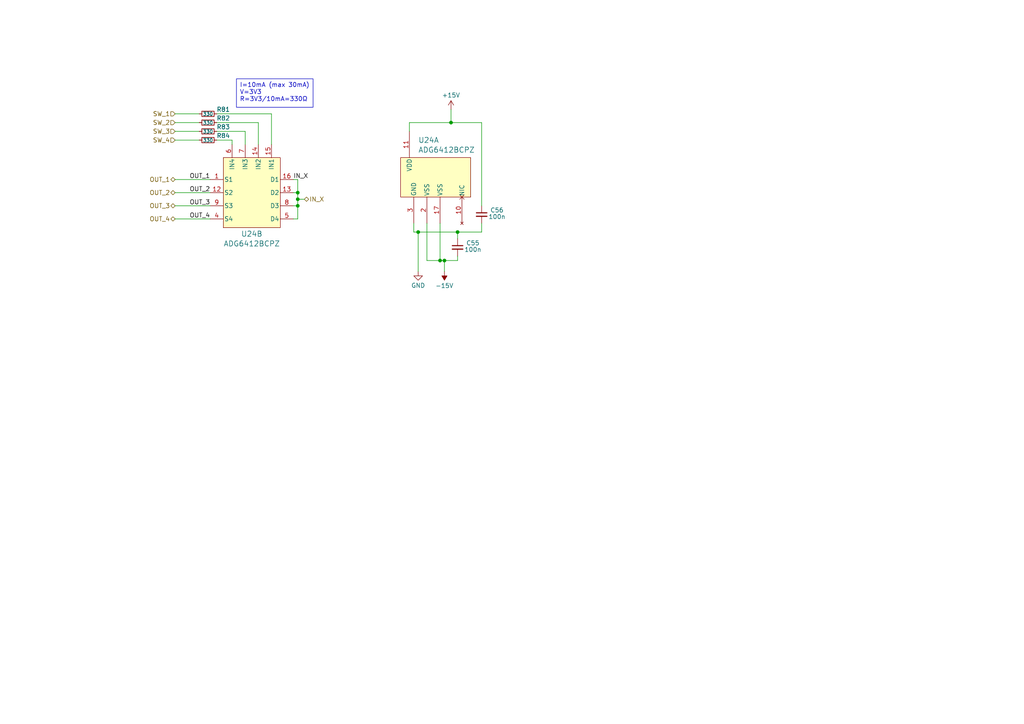
<source format=kicad_sch>
(kicad_sch (version 20231120) (generator "eeschema") (generator_version "8.0")
  (paper "A4")
  (lib_symbols
    (symbol "ADG6412BCPZ:ADG6412BCPZ" (pin_names (offset 0.254))
      (property "Reference" "U" (at 10.16 12.7 0))
      (property "Value" "ADG6412BCPZ" (at 16.51 10.16 0))
      (symbol "ADG6412BCPZ_1_1"
        (rectangle (start -10.16 5.08) (end 10.16 -6.35) (fill (type background)))
        (pin no_connect non_logic (at 7.62 -13.97 90) (length 7.62) (name "NIC") (number "10"))
        (pin power_in line (at -7.62 12.7 270) (length 7.62) (name "VDD") (number "11"))
        (pin power_in line (at 1.27 -13.97 90) (length 7.62) (name "VSS") (number "17"))
        (pin power_in line (at -2.54 -13.97 90) (length 7.62) (name "VSS") (number "2"))
        (pin power_in line (at -6.35 -13.97 90) (length 7.62) (name "GND") (number "3"))
      )
      (symbol "ADG6412BCPZ_2_1"
        (rectangle (start -7.62 7.62) (end 8.89 -12.7) (fill (type background)))
        (pin bidirectional line (at -11.43 1.27 0) (length 3.81) (name "S1") (number "1"))
        (pin bidirectional line (at -11.43 -2.54 0) (length 3.81) (name "S2") (number "12"))
        (pin bidirectional line (at 12.7 -2.54 180) (length 3.81) (name "D2") (number "13"))
        (pin input line (at 2.54 11.43 270) (length 3.81) (name "IN2") (number "14"))
        (pin input line (at 6.35 11.43 270) (length 3.81) (name "IN1") (number "15"))
        (pin bidirectional line (at 12.7 1.27 180) (length 3.81) (name "D1") (number "16"))
        (pin bidirectional line (at -11.43 -10.16 0) (length 3.81) (name "S4") (number "4"))
        (pin bidirectional line (at 12.7 -10.16 180) (length 3.81) (name "D4") (number "5"))
        (pin input line (at -5.08 11.43 270) (length 3.81) (name "IN4") (number "6"))
        (pin input line (at -1.27 11.43 270) (length 3.81) (name "IN3") (number "7"))
        (pin bidirectional line (at 12.7 -6.35 180) (length 3.81) (name "D3") (number "8"))
        (pin bidirectional line (at -11.43 -6.35 0) (length 3.81) (name "S3") (number "9"))
      )
    )
    (symbol "Device:C_Small" (pin_numbers hide) (pin_names (offset 0.254) hide)
      (property "Reference" "C" (at 0.254 1.778 0))
      (property "Value" "C_Small" (at 0.254 -2.032 0))
      (symbol "C_Small_0_1"
        (polyline (pts (xy -1.524 -0.508) (xy 1.524 -0.508)) (stroke (width 0.3302)))
        (polyline (pts (xy -1.524 0.508) (xy 1.524 0.508)) (stroke (width 0.3048)))
      )
      (symbol "C_Small_1_1"
        (pin passive line (at 0 2.54 270) (length 2.032) (name "~") (number "1"))
        (pin passive line (at 0 -2.54 90) (length 2.032) (name "~") (number "2"))
      )
    )
    (symbol "Device:R_Small" (pin_numbers hide) (pin_names (offset 0.254) hide)
      (property "Reference" "R" (at 0.762 0.508 0))
      (property "Value" "R_Small" (at 0.762 -1.016 0))
      (symbol "R_Small_0_1"
        (rectangle (start -0.762 1.778) (end 0.762 -1.778) (stroke (width 0.2032)))
      )
      (symbol "R_Small_1_1"
        (pin passive line (at 0 2.54 270) (length 0.762) (name "~") (number "1"))
        (pin passive line (at 0 -2.54 90) (length 0.762) (name "~") (number "2"))
      )
    )
    (symbol "PCM_4ms_Power-symbol:GND" (power) (pin_numbers hide) (pin_names (offset 0) hide)
      (property "Value" "GND" (at 0 -3.81 0))
      (symbol "GND_0_1"
        (polyline (pts (xy 0 0) (xy 0 -1.27) (xy 1.27 -1.27) (xy 0 -2.54) (xy -1.27 -1.27) (xy 0 -1.27)))
      )
      (symbol "GND_1_1"
        (pin power_in line (at 0 0 270) (length 0) hide (name "GND") (number "1"))
      )
    )
    (symbol "power:+15V" (power) (pin_numbers hide) (pin_names (offset 0) hide)
      (property "Value" "+15V" (at 0 3.556 0))
      (symbol "+15V_0_1"
        (polyline (pts (xy -0.762 1.27) (xy 0 2.54)))
        (polyline (pts (xy 0 0) (xy 0 2.54)))
        (polyline (pts (xy 0 2.54) (xy 0.762 1.27)))
      )
      (symbol "+15V_1_1"
        (pin power_in line (at 0 0 90) (length 0) hide (name "+15V") (number "1"))
      )
    )
    (symbol "power:-15V" (power) (pin_numbers hide) (pin_names (offset 0) hide)
      (property "Value" "-15V" (at 0 3.81 0))
      (symbol "-15V_0_0"
        (pin power_in line (at 0 0 90) (length 0) hide (name "-15V") (number "1"))
      )
      (symbol "-15V_0_1"
        (polyline (pts (xy 0 0) (xy 0 1.27) (xy 0.762 1.27) (xy 0 2.54) (xy -0.762 1.27) (xy 0 1.27)) (fill (type outline)))
      )
    )
  )
  (junction (at 127.635 75.565))
  (junction (at 86.36 57.785))
  (junction (at 130.81 35.56))
  (junction (at 128.905 75.565))
  (junction (at 132.715 67.31))
  (junction (at 86.36 59.69))
  (junction (at 121.285 67.31))
  (junction (at 86.36 55.88))
  (wire (pts (xy 123.825 75.565) (xy 127.635 75.565)))
  (wire (pts (xy 85.09 59.69) (xy 86.36 59.69)))
  (wire (pts (xy 74.93 35.56) (xy 74.93 41.91)))
  (wire (pts (xy 78.74 33.02) (xy 78.74 41.91)))
  (wire (pts (xy 127.635 64.77) (xy 127.635 75.565)))
  (wire (pts (xy 85.09 55.88) (xy 86.36 55.88)))
  (wire (pts (xy 139.7 35.56) (xy 139.7 59.69)))
  (wire (pts (xy 62.865 35.56) (xy 74.93 35.56)))
  (wire (pts (xy 71.12 38.1) (xy 62.865 38.1)))
  (wire (pts (xy 120.015 67.31) (xy 121.285 67.31)))
  (wire (pts (xy 71.12 38.1) (xy 71.12 41.91)))
  (wire (pts (xy 130.81 35.56) (xy 139.7 35.56)))
  (wire (pts (xy 132.715 67.31) (xy 139.7 67.31)))
  (wire (pts (xy 50.8 63.5) (xy 60.96 63.5)))
  (wire (pts (xy 123.825 64.77) (xy 123.825 75.565)))
  (wire (pts (xy 57.785 40.64) (xy 50.8 40.64)))
  (wire (pts (xy 130.81 31.75) (xy 130.81 35.56)))
  (wire (pts (xy 128.905 75.565) (xy 132.715 75.565)))
  (wire (pts (xy 120.015 64.77) (xy 120.015 67.31)))
  (wire (pts (xy 85.09 52.07) (xy 86.36 52.07)))
  (wire (pts (xy 78.74 33.02) (xy 62.865 33.02)))
  (wire (pts (xy 50.8 52.07) (xy 60.96 52.07)))
  (wire (pts (xy 50.8 55.88) (xy 60.96 55.88)))
  (wire (pts (xy 57.785 33.02) (xy 50.8 33.02)))
  (wire (pts (xy 139.7 64.77) (xy 139.7 67.31)))
  (wire (pts (xy 88.265 57.785) (xy 86.36 57.785)))
  (wire (pts (xy 86.36 52.07) (xy 86.36 55.88)))
  (wire (pts (xy 127.635 75.565) (xy 128.905 75.565)))
  (wire (pts (xy 121.285 67.31) (xy 132.715 67.31)))
  (wire (pts (xy 128.905 75.565) (xy 128.905 78.74)))
  (wire (pts (xy 57.785 38.1) (xy 50.8 38.1)))
  (wire (pts (xy 86.36 57.785) (xy 86.36 59.69)))
  (wire (pts (xy 50.8 35.56) (xy 57.785 35.56)))
  (wire (pts (xy 67.31 40.64) (xy 62.865 40.64)))
  (wire (pts (xy 121.285 67.31) (xy 121.285 78.74)))
  (wire (pts (xy 50.8 59.69) (xy 60.96 59.69)))
  (wire (pts (xy 118.745 38.1) (xy 118.745 35.56)))
  (wire (pts (xy 132.715 74.295) (xy 132.715 75.565)))
  (wire (pts (xy 67.31 40.64) (xy 67.31 41.91)))
  (wire (pts (xy 85.09 63.5) (xy 86.36 63.5)))
  (wire (pts (xy 132.715 67.31) (xy 132.715 69.215)))
  (wire (pts (xy 86.36 55.88) (xy 86.36 57.785)))
  (wire (pts (xy 118.745 35.56) (xy 130.81 35.56)))
  (wire (pts (xy 86.36 63.5) (xy 86.36 59.69)))
  (text_box "I=10mA (max 30mA)\nV=3V3\nR=3V3/10mA=330Ω" (at 68.58 22.86 0) (size 22.225 8.255) (effects (font (size 1.27 1.27)) (justify left top)))
  (label "IN_X" (at 85.09 52.07 0))
  (label "OUT_4" (at 60.96 63.5 180))
  (label "OUT_3" (at 60.96 59.69 180))
  (label "OUT_1" (at 60.96 52.07 180))
  (label "OUT_2" (at 60.96 55.88 180))
  (hierarchical_label "OUT_1" (shape bidirectional) (at 50.8 52.07 180))
  (hierarchical_label "SW_1" (shape input) (at 50.8 33.02 180))
  (hierarchical_label "OUT_2" (shape bidirectional) (at 50.8 55.88 180))
  (hierarchical_label "IN_X" (shape bidirectional) (at 88.265 57.785 0))
  (hierarchical_label "SW_2" (shape input) (at 50.8 35.56 180))
  (hierarchical_label "SW_3" (shape input) (at 50.8 38.1 180))
  (hierarchical_label "OUT_3" (shape bidirectional) (at 50.8 59.69 180))
  (hierarchical_label "SW_4" (shape input) (at 50.8 40.64 180))
  (hierarchical_label "OUT_4" (shape bidirectional) (at 50.8 63.5 180))
  (symbol (lib_id "power:-15V") (at 128.905 78.74 180) (unit 1)
    (property "Reference" "#PWR0130" (effects (hide yes)))
    (property "Value" "-15V" (at 128.905 82.8731 0))
    (instances (project "Zoutwachter-switch" (path "" (reference "#PWR0130") (unit 1)) (path "" (reference "#PWR067") (unit 1)) (path "" (reference "#PWR0163") (unit 1)) (path "" (reference "#PWR0160") (unit 1)) (path "" (reference "#PWR0157") (unit 1)) (path "" (reference "#PWR0154") (unit 1)) (path "" (reference "#PWR0151") (unit 1)) (path "" (reference "#PWR0148") (unit 1)) (path "" (reference "#PWR0145") (unit 1)) (path "" (reference "#PWR0142") (unit 1)) (path "" (reference "#PWR0136") (unit 1)) (path "" (reference "#PWR0139") (unit 1)) (path "" (reference "#PWR064") (unit 1)) (path "" (reference "#PWR0133") (unit 1)) (path "" (reference "#PWR0127") (unit 1)) (path "" (reference "#PWR0124") (unit 1)) (path "" (reference "#PWR0121") (unit 1)) (path "" (reference "#PWR0115") (unit 1)) (path "" (reference "#PWR0112") (unit 1)) (path "" (reference "#PWR0109") (unit 1)) (path "" (reference "#PWR0106") (unit 1)) (path "" (reference "#PWR073") (unit 1)) (path "" (reference "#PWR070") (unit 1)) (path "" (reference "#PWR0118") (unit 1))))
  )
  (symbol (lib_id "ADG6412BCPZ:ADG6412BCPZ") (at 126.365 50.8 0) (unit 1)
    (property "Reference" "U24" (at 121.285 40.64 0) (effects (font (size 1.524 1.524)) (justify left)))
    (property "Value" "ADG6412BCPZ" (at 121.285 43.4728 0) (effects (font (size 1.524 1.524)) (justify left)))
    (property "Footprint" "ADG6412BCPZ:ADG6412BCPZ" (effects (hide yes)))
    (property "Datasheet" "ADG6412BCPZ-REEL7" (effects (hide yes)))
    (property "LCSC Part #" "-" (effects (hide yes)))
    (property "LCSC MFR" "-" (effects (hide yes)))
    (property "LCSC MFR #" "-" (effects (hide yes)))
    (instances (project "Zoutwachter-switch" (path "" (reference "U24") (unit 1)) (path "" (reference "U31") (unit 1)) (path "" (reference "U32") (unit 1)) (path "" (reference "U25") (unit 1)) (path "" (reference "U27") (unit 1)) (path "" (reference "U20") (unit 1)) (path "" (reference "U21") (unit 1)) (path "" (reference "U11") (unit 1)) (path "" (reference "U10") (unit 1)) (path "" (reference "U29") (unit 1)) (path "" (reference "U30") (unit 1)) (path "" (reference "U23") (unit 1)) (path "" (reference "U6") (unit 1)) (path "" (reference "U17") (unit 1)) (path "" (reference "U18") (unit 1)) (path "" (reference "U9") (unit 1)) (path "" (reference "U8") (unit 1)) (path "" (reference "U28") (unit 1)) (path "" (reference "U22") (unit 1)) (path "" (reference "U16") (unit 1)) (path "" (reference "U7") (unit 1)) (path "" (reference "U26") (unit 1)) (path "" (reference "U19") (unit 1)) (path "" (reference "U15") (unit 1))))
  )
  (symbol (lib_id "Device:R_Small") (at 60.325 33.02 90) (unit 1)
    (property "Reference" "R81" (at 64.77 31.75 90))
    (property "Value" "330" (at 60.325 33.06 90) (effects (font (size 1 1))))
    (property "Footprint" "Resistor_SMD:R_0603_1608Metric" (effects (hide yes)))
    (property "LCSC MFR" "UNI-ROYAL(Uniroyal Elec)" (effects (hide yes)))
    (property "LCSC MFR #" "0603WAF3300T5E" (effects (hide yes)))
    (property "LCSC Part #" "C23138" (effects (hide yes)))
    (instances (project "Zoutwachter-switch" (path "" (reference "R81") (unit 1)) (path "" (reference "R109") (unit 1)) (path "" (reference "R113") (unit 1)) (path "" (reference "R85") (unit 1)) (path "" (reference "R89") (unit 1)) (path "" (reference "R61") (unit 1)) (path "" (reference "R65") (unit 1)) (path "" (reference "R41") (unit 1)) (path "" (reference "R37") (unit 1)) (path "" (reference "R101") (unit 1)) (path "" (reference "R105") (unit 1)) (path "" (reference "R77") (unit 1)) (path "" (reference "R21") (unit 1)) (path "" (reference "R53") (unit 1)) (path "" (reference "R57") (unit 1)) (path "" (reference "R33") (unit 1)) (path "" (reference "R29") (unit 1)) (path "" (reference "R97") (unit 1)) (path "" (reference "R73") (unit 1)) (path "" (reference "R49") (unit 1)) (path "" (reference "R25") (unit 1)) (path "" (reference "R93") (unit 1)) (path "" (reference "R69") (unit 1)) (path "" (reference "R45") (unit 1))))
  )
  (symbol (lib_id "Device:R_Small") (at 60.325 40.64 90) (unit 1)
    (property "Reference" "R84" (at 64.77 39.37 90))
    (property "Value" "330" (at 60.325 40.68 90) (effects (font (size 1 1))))
    (property "Footprint" "Resistor_SMD:R_0603_1608Metric" (effects (hide yes)))
    (property "LCSC MFR" "UNI-ROYAL(Uniroyal Elec)" (effects (hide yes)))
    (property "LCSC MFR #" "0603WAF3300T5E" (effects (hide yes)))
    (property "LCSC Part #" "C23138" (effects (hide yes)))
    (instances (project "Zoutwachter-switch" (path "" (reference "R84") (unit 1)) (path "" (reference "R112") (unit 1)) (path "" (reference "R116") (unit 1)) (path "" (reference "R88") (unit 1)) (path "" (reference "R92") (unit 1)) (path "" (reference "R64") (unit 1)) (path "" (reference "R68") (unit 1)) (path "" (reference "R44") (unit 1)) (path "" (reference "R40") (unit 1)) (path "" (reference "R104") (unit 1)) (path "" (reference "R108") (unit 1)) (path "" (reference "R80") (unit 1)) (path "" (reference "R24") (unit 1)) (path "" (reference "R56") (unit 1)) (path "" (reference "R60") (unit 1)) (path "" (reference "R36") (unit 1)) (path "" (reference "R32") (unit 1)) (path "" (reference "R100") (unit 1)) (path "" (reference "R76") (unit 1)) (path "" (reference "R52") (unit 1)) (path "" (reference "R28") (unit 1)) (path "" (reference "R96") (unit 1)) (path "" (reference "R72") (unit 1)) (path "" (reference "R48") (unit 1))))
  )
  (symbol (lib_id "Device:R_Small") (at 60.325 38.1 90) (unit 1)
    (property "Reference" "R83" (at 64.77 36.83 90))
    (property "Value" "330" (at 60.325 38.14 90) (effects (font (size 1 1))))
    (property "Footprint" "Resistor_SMD:R_0603_1608Metric" (effects (hide yes)))
    (property "LCSC MFR" "UNI-ROYAL(Uniroyal Elec)" (effects (hide yes)))
    (property "LCSC MFR #" "0603WAF3300T5E" (effects (hide yes)))
    (property "LCSC Part #" "C23138" (effects (hide yes)))
    (instances (project "Zoutwachter-switch" (path "" (reference "R83") (unit 1)) (path "" (reference "R111") (unit 1)) (path "" (reference "R115") (unit 1)) (path "" (reference "R87") (unit 1)) (path "" (reference "R91") (unit 1)) (path "" (reference "R63") (unit 1)) (path "" (reference "R67") (unit 1)) (path "" (reference "R43") (unit 1)) (path "" (reference "R39") (unit 1)) (path "" (reference "R103") (unit 1)) (path "" (reference "R107") (unit 1)) (path "" (reference "R79") (unit 1)) (path "" (reference "R23") (unit 1)) (path "" (reference "R55") (unit 1)) (path "" (reference "R59") (unit 1)) (path "" (reference "R35") (unit 1)) (path "" (reference "R31") (unit 1)) (path "" (reference "R99") (unit 1)) (path "" (reference "R75") (unit 1)) (path "" (reference "R51") (unit 1)) (path "" (reference "R27") (unit 1)) (path "" (reference "R95") (unit 1)) (path "" (reference "R71") (unit 1)) (path "" (reference "R47") (unit 1))))
  )
  (symbol (lib_id "PCM_4ms_Power-symbol:GND") (at 121.285 78.74 0) (unit 1)
    (property "Reference" "#PWR0131" (effects (hide yes)))
    (property "Value" "GND" (at 121.285 82.804 0))
    (instances (project "Zoutwachter-switch" (path "" (reference "#PWR0131") (unit 1)) (path "" (reference "#PWR066") (unit 1)) (path "" (reference "#PWR0164") (unit 1)) (path "" (reference "#PWR0161") (unit 1)) (path "" (reference "#PWR0158") (unit 1)) (path "" (reference "#PWR0155") (unit 1)) (path "" (reference "#PWR0152") (unit 1)) (path "" (reference "#PWR0149") (unit 1)) (path "" (reference "#PWR0146") (unit 1)) (path "" (reference "#PWR0143") (unit 1)) (path "" (reference "#PWR0137") (unit 1)) (path "" (reference "#PWR0140") (unit 1)) (path "" (reference "#PWR063") (unit 1)) (path "" (reference "#PWR0134") (unit 1)) (path "" (reference "#PWR0128") (unit 1)) (path "" (reference "#PWR0125") (unit 1)) (path "" (reference "#PWR0122") (unit 1)) (path "" (reference "#PWR0116") (unit 1)) (path "" (reference "#PWR0113") (unit 1)) (path "" (reference "#PWR0110") (unit 1)) (path "" (reference "#PWR0107") (unit 1)) (path "" (reference "#PWR072") (unit 1)) (path "" (reference "#PWR069") (unit 1)) (path "" (reference "#PWR0119") (unit 1))))
  )
  (symbol (lib_id "power:+15V") (at 130.81 31.75 0) (unit 1)
    (property "Reference" "#PWR0129" (effects (hide yes)))
    (property "Value" "+15V" (at 130.81 27.6169 0))
    (instances (project "Zoutwachter-switch" (path "" (reference "#PWR0129") (unit 1)) (path "" (reference "#PWR068") (unit 1)) (path "" (reference "#PWR0162") (unit 1)) (path "" (reference "#PWR0159") (unit 1)) (path "" (reference "#PWR0156") (unit 1)) (path "" (reference "#PWR0153") (unit 1)) (path "" (reference "#PWR0150") (unit 1)) (path "" (reference "#PWR0147") (unit 1)) (path "" (reference "#PWR0144") (unit 1)) (path "" (reference "#PWR0141") (unit 1)) (path "" (reference "#PWR0135") (unit 1)) (path "" (reference "#PWR0138") (unit 1)) (path "" (reference "#PWR065") (unit 1)) (path "" (reference "#PWR0132") (unit 1)) (path "" (reference "#PWR0126") (unit 1)) (path "" (reference "#PWR0123") (unit 1)) (path "" (reference "#PWR0120") (unit 1)) (path "" (reference "#PWR0114") (unit 1)) (path "" (reference "#PWR0111") (unit 1)) (path "" (reference "#PWR0108") (unit 1)) (path "" (reference "#PWR0101") (unit 1)) (path "" (reference "#PWR074") (unit 1)) (path "" (reference "#PWR071") (unit 1)) (path "" (reference "#PWR0117") (unit 1))))
  )
  (symbol (lib_id "ADG6412BCPZ:ADG6412BCPZ") (at 72.39 53.34 0) (unit 2)
    (property "Reference" "U24" (at 73.025 67.8374 0) (effects (font (size 1.524 1.524))))
    (property "Value" "ADG6412BCPZ" (at 73.025 70.6702 0) (effects (font (size 1.524 1.524))))
    (property "Footprint" "ADG6412BCPZ:ADG6412BCPZ" (effects (hide yes)))
    (property "Datasheet" "ADG6412BCPZ-REEL7" (effects (hide yes)))
    (property "LCSC Part #" "-" (effects (hide yes)))
    (property "LCSC MFR" "-" (effects (hide yes)))
    (property "LCSC MFR #" "-" (effects (hide yes)))
    (instances (project "Zoutwachter-switch" (path "" (reference "U24") (unit 2)) (path "" (reference "U31") (unit 2)) (path "" (reference "U32") (unit 2)) (path "" (reference "U25") (unit 2)) (path "" (reference "U27") (unit 2)) (path "" (reference "U20") (unit 2)) (path "" (reference "U21") (unit 2)) (path "" (reference "U11") (unit 2)) (path "" (reference "U10") (unit 2)) (path "" (reference "U29") (unit 2)) (path "" (reference "U30") (unit 2)) (path "" (reference "U23") (unit 2)) (path "" (reference "U6") (unit 2)) (path "" (reference "U17") (unit 2)) (path "" (reference "U18") (unit 2)) (path "" (reference "U9") (unit 2)) (path "" (reference "U8") (unit 2)) (path "" (reference "U28") (unit 2)) (path "" (reference "U22") (unit 2)) (path "" (reference "U16") (unit 2)) (path "" (reference "U7") (unit 2)) (path "" (reference "U26") (unit 2)) (path "" (reference "U19") (unit 2)) (path "" (reference "U15") (unit 2))))
  )
  (symbol (lib_id "Device:C_Small") (at 139.7 62.23 0) (unit 1)
    (property "Reference" "C56" (at 144.145 60.96 0))
    (property "Value" "100n" (at 144.145 62.865 0))
    (property "Footprint" "Capacitor_SMD:C_0603_1608Metric" (effects (hide yes)))
    (property "LCSC MFR" "YAGEO" (effects (hide yes)))
    (property "LCSC MFR #" "CC0603KRX7R9BB104" (effects (hide yes)))
    (property "LCSC Part #" "C14663" (effects (hide yes)))
    (instances (project "Zoutwachter-switch" (path "" (reference "C56") (unit 1)) (path "" (reference "C76") (unit 1)) (path "" (reference "C78") (unit 1)) (path "" (reference "C58") (unit 1)) (path "" (reference "C60") (unit 1)) (path "" (reference "C44") (unit 1)) (path "" (reference "C46") (unit 1)) (path "" (reference "C32") (unit 1)) (path "" (reference "C30") (unit 1)) (path "" (reference "C68") (unit 1)) (path "" (reference "C74") (unit 1)) (path "" (reference "C54") (unit 1)) (path "" (reference "C22") (unit 1)) (path "" (reference "C40") (unit 1)) (path "" (reference "C42") (unit 1)) (path "" (reference "C28") (unit 1)) (path "" (reference "C26") (unit 1)) (path "" (reference "C66") (unit 1)) (path "" (reference "C52") (unit 1)) (path "" (reference "C38") (unit 1)) (path "" (reference "C24") (unit 1)) (path "" (reference "C64") (unit 1)) (path "" (reference "C50") (unit 1)) (path "" (reference "C36") (unit 1))))
  )
  (symbol (lib_id "Device:C_Small") (at 132.715 71.755 0) (unit 1)
    (property "Reference" "C55" (at 137.16 70.485 0))
    (property "Value" "100n" (at 137.16 72.39 0))
    (property "Footprint" "Capacitor_SMD:C_0603_1608Metric" (effects (hide yes)))
    (property "LCSC MFR" "YAGEO" (effects (hide yes)))
    (property "LCSC MFR #" "CC0603KRX7R9BB104" (effects (hide yes)))
    (property "LCSC Part #" "C14663" (effects (hide yes)))
    (instances (project "Zoutwachter-switch" (path "" (reference "C55") (unit 1)) (path "" (reference "C75") (unit 1)) (path "" (reference "C77") (unit 1)) (path "" (reference "C57") (unit 1)) (path "" (reference "C59") (unit 1)) (path "" (reference "C43") (unit 1)) (path "" (reference "C45") (unit 1)) (path "" (reference "C31") (unit 1)) (path "" (reference "C29") (unit 1)) (path "" (reference "C67") (unit 1)) (path "" (reference "C69") (unit 1)) (path "" (reference "C53") (unit 1)) (path "" (reference "C21") (unit 1)) (path "" (reference "C39") (unit 1)) (path "" (reference "C41") (unit 1)) (path "" (reference "C27") (unit 1)) (path "" (reference "C25") (unit 1)) (path "" (reference "C65") (unit 1)) (path "" (reference "C51") (unit 1)) (path "" (reference "C37") (unit 1)) (path "" (reference "C23") (unit 1)) (path "" (reference "C63") (unit 1)) (path "" (reference "C49") (unit 1)) (path "" (reference "C35") (unit 1))))
  )
  (symbol (lib_id "Device:R_Small") (at 60.325 35.56 90) (unit 1)
    (property "Reference" "R82" (at 64.77 34.29 90))
    (property "Value" "330" (at 60.325 35.6 90) (effects (font (size 1 1))))
    (property "Footprint" "Resistor_SMD:R_0603_1608Metric" (effects (hide yes)))
    (property "LCSC MFR" "UNI-ROYAL(Uniroyal Elec)" (effects (hide yes)))
    (property "LCSC MFR #" "0603WAF3300T5E" (effects (hide yes)))
    (property "LCSC Part #" "C23138" (effects (hide yes)))
    (instances (project "Zoutwachter-switch" (path "" (reference "R82") (unit 1)) (path "" (reference "R110") (unit 1)) (path "" (reference "R114") (unit 1)) (path "" (reference "R86") (unit 1)) (path "" (reference "R90") (unit 1)) (path "" (reference "R62") (unit 1)) (path "" (reference "R66") (unit 1)) (path "" (reference "R42") (unit 1)) (path "" (reference "R38") (unit 1)) (path "" (reference "R102") (unit 1)) (path "" (reference "R106") (unit 1)) (path "" (reference "R78") (unit 1)) (path "" (reference "R22") (unit 1)) (path "" (reference "R54") (unit 1)) (path "" (reference "R58") (unit 1)) (path "" (reference "R34") (unit 1)) (path "" (reference "R30") (unit 1)) (path "" (reference "R98") (unit 1)) (path "" (reference "R74") (unit 1)) (path "" (reference "R50") (unit 1)) (path "" (reference "R26") (unit 1)) (path "" (reference "R94") (unit 1)) (path "" (reference "R70") (unit 1)) (path "" (reference "R46") (unit 1))))
  )
)
</source>
